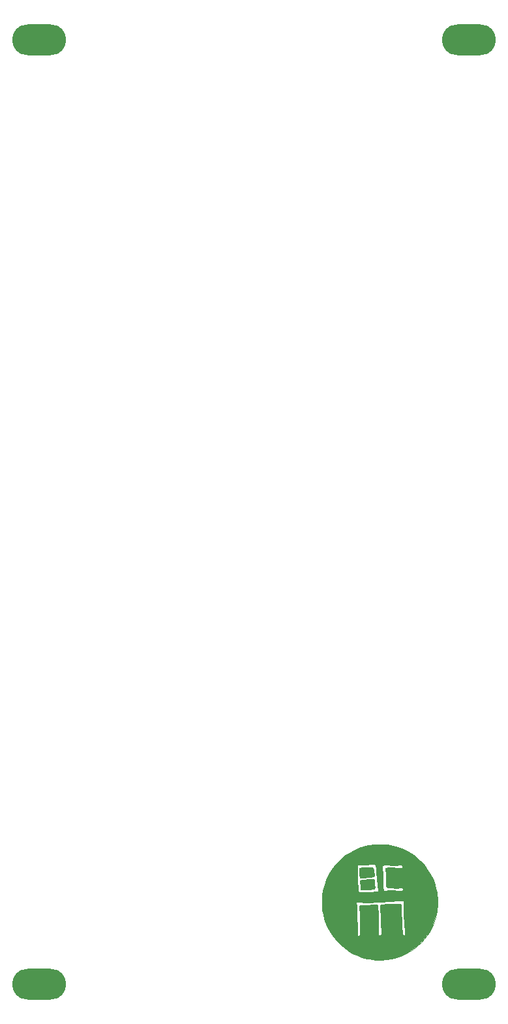
<source format=gtl>
%TF.GenerationSoftware,KiCad,Pcbnew,8.0.6*%
%TF.CreationDate,2024-12-10T23:30:40+00:00*%
%TF.ProjectId,bcm-mixer-panel,62636d2d-6d69-4786-9572-2d70616e656c,rev01*%
%TF.SameCoordinates,Original*%
%TF.FileFunction,Copper,L1,Top*%
%TF.FilePolarity,Positive*%
%FSLAX46Y46*%
G04 Gerber Fmt 4.6, Leading zero omitted, Abs format (unit mm)*
G04 Created by KiCad (PCBNEW 8.0.6) date 2024-12-10 23:30:40*
%MOMM*%
%LPD*%
G01*
G04 APERTURE LIST*
%TA.AperFunction,EtchedComponent*%
%ADD10C,0.010000*%
%TD*%
%TA.AperFunction,ComponentPad*%
%ADD11O,7.000000X4.000000*%
%TD*%
G04 APERTURE END LIST*
D10*
%TO.C,Ref\u002A\u002A*%
X82217670Y-152330741D02*
X82289149Y-152335911D01*
X82341668Y-152345193D01*
X82379897Y-152359099D01*
X82408504Y-152378139D01*
X82432159Y-152402824D01*
X82452015Y-152428838D01*
X82478035Y-152483158D01*
X82505125Y-152573165D01*
X82531958Y-152692280D01*
X82557208Y-152833924D01*
X82579549Y-152991518D01*
X82596380Y-153144808D01*
X82607171Y-153272714D01*
X82609468Y-153365509D01*
X82600039Y-153430086D01*
X82575655Y-153473338D01*
X82533083Y-153502158D01*
X82469095Y-153523439D01*
X82412610Y-153536917D01*
X82205603Y-153577076D01*
X81960827Y-153612828D01*
X81677138Y-153644302D01*
X81353393Y-153671629D01*
X81051919Y-153691342D01*
X80950330Y-153696438D01*
X80881534Y-153697025D01*
X80836140Y-153692136D01*
X80804758Y-153680805D01*
X80779509Y-153663308D01*
X80764473Y-153649801D01*
X80752457Y-153633278D01*
X80742802Y-153608684D01*
X80734846Y-153570966D01*
X80727928Y-153515072D01*
X80721387Y-153435949D01*
X80714563Y-153328543D01*
X80706795Y-153187801D01*
X80699752Y-153053506D01*
X80691301Y-152876411D01*
X80685721Y-152726649D01*
X80683067Y-152607509D01*
X80683396Y-152522278D01*
X80686762Y-152474245D01*
X80689779Y-152465011D01*
X80718837Y-152449716D01*
X80776577Y-152428140D01*
X80850755Y-152404837D01*
X80854202Y-152403844D01*
X80903735Y-152391328D01*
X80960496Y-152380873D01*
X81029859Y-152372052D01*
X81117198Y-152364441D01*
X81227886Y-152357615D01*
X81367298Y-152351149D01*
X81540806Y-152344617D01*
X81648779Y-152340971D01*
X81842786Y-152334799D01*
X81999157Y-152330695D01*
X82122562Y-152329172D01*
X82217670Y-152330741D01*
%TA.AperFunction,EtchedComponent*%
G36*
X82217670Y-152330741D02*
G01*
X82289149Y-152335911D01*
X82341668Y-152345193D01*
X82379897Y-152359099D01*
X82408504Y-152378139D01*
X82432159Y-152402824D01*
X82452015Y-152428838D01*
X82478035Y-152483158D01*
X82505125Y-152573165D01*
X82531958Y-152692280D01*
X82557208Y-152833924D01*
X82579549Y-152991518D01*
X82596380Y-153144808D01*
X82607171Y-153272714D01*
X82609468Y-153365509D01*
X82600039Y-153430086D01*
X82575655Y-153473338D01*
X82533083Y-153502158D01*
X82469095Y-153523439D01*
X82412610Y-153536917D01*
X82205603Y-153577076D01*
X81960827Y-153612828D01*
X81677138Y-153644302D01*
X81353393Y-153671629D01*
X81051919Y-153691342D01*
X80950330Y-153696438D01*
X80881534Y-153697025D01*
X80836140Y-153692136D01*
X80804758Y-153680805D01*
X80779509Y-153663308D01*
X80764473Y-153649801D01*
X80752457Y-153633278D01*
X80742802Y-153608684D01*
X80734846Y-153570966D01*
X80727928Y-153515072D01*
X80721387Y-153435949D01*
X80714563Y-153328543D01*
X80706795Y-153187801D01*
X80699752Y-153053506D01*
X80691301Y-152876411D01*
X80685721Y-152726649D01*
X80683067Y-152607509D01*
X80683396Y-152522278D01*
X80686762Y-152474245D01*
X80689779Y-152465011D01*
X80718837Y-152449716D01*
X80776577Y-152428140D01*
X80850755Y-152404837D01*
X80854202Y-152403844D01*
X80903735Y-152391328D01*
X80960496Y-152380873D01*
X81029859Y-152372052D01*
X81117198Y-152364441D01*
X81227886Y-152357615D01*
X81367298Y-152351149D01*
X81540806Y-152344617D01*
X81648779Y-152340971D01*
X81842786Y-152334799D01*
X81999157Y-152330695D01*
X82122562Y-152329172D01*
X82217670Y-152330741D01*
G37*
%TD.AperFunction*%
X82447922Y-153891605D02*
X82513545Y-153899256D01*
X82555399Y-153915598D01*
X82579668Y-153943872D01*
X82592536Y-153987318D01*
X82600186Y-154049177D01*
X82604228Y-154090421D01*
X82611583Y-154160843D01*
X82622314Y-154260431D01*
X82635016Y-154376288D01*
X82648288Y-154495520D01*
X82649147Y-154503171D01*
X82667433Y-154674726D01*
X82678675Y-154809551D01*
X82682044Y-154912790D01*
X82676712Y-154989588D01*
X82661851Y-155045088D01*
X82636633Y-155084434D01*
X82600230Y-155112772D01*
X82551814Y-155135245D01*
X82547115Y-155137051D01*
X82494901Y-155149321D01*
X82406827Y-155161511D01*
X82289366Y-155173337D01*
X82148988Y-155184513D01*
X81992168Y-155194755D01*
X81825377Y-155203777D01*
X81655088Y-155211293D01*
X81487773Y-155217019D01*
X81329906Y-155220669D01*
X81187957Y-155221959D01*
X81068401Y-155220602D01*
X80977708Y-155216315D01*
X80922353Y-155208811D01*
X80921799Y-155208665D01*
X80890746Y-155185976D01*
X80871535Y-155134373D01*
X80862694Y-155048700D01*
X80861708Y-154998185D01*
X80857011Y-154909572D01*
X80845502Y-154812348D01*
X80839265Y-154775935D01*
X80830249Y-154715141D01*
X80820948Y-154628076D01*
X80811905Y-154523510D01*
X80803666Y-154410215D01*
X80796774Y-154296962D01*
X80791773Y-154192522D01*
X80789208Y-154105666D01*
X80789623Y-154045166D01*
X80792468Y-154021630D01*
X80819988Y-154004467D01*
X80881861Y-153995810D01*
X80911308Y-153995096D01*
X80965890Y-153992505D01*
X81054031Y-153985330D01*
X81167302Y-153974391D01*
X81297276Y-153960507D01*
X81435525Y-153944500D01*
X81454086Y-153942255D01*
X81780479Y-153908738D01*
X82073686Y-153891801D01*
X82220632Y-153889413D01*
X82352346Y-153889404D01*
X82447922Y-153891605D01*
%TA.AperFunction,EtchedComponent*%
G36*
X82447922Y-153891605D02*
G01*
X82513545Y-153899256D01*
X82555399Y-153915598D01*
X82579668Y-153943872D01*
X82592536Y-153987318D01*
X82600186Y-154049177D01*
X82604228Y-154090421D01*
X82611583Y-154160843D01*
X82622314Y-154260431D01*
X82635016Y-154376288D01*
X82648288Y-154495520D01*
X82649147Y-154503171D01*
X82667433Y-154674726D01*
X82678675Y-154809551D01*
X82682044Y-154912790D01*
X82676712Y-154989588D01*
X82661851Y-155045088D01*
X82636633Y-155084434D01*
X82600230Y-155112772D01*
X82551814Y-155135245D01*
X82547115Y-155137051D01*
X82494901Y-155149321D01*
X82406827Y-155161511D01*
X82289366Y-155173337D01*
X82148988Y-155184513D01*
X81992168Y-155194755D01*
X81825377Y-155203777D01*
X81655088Y-155211293D01*
X81487773Y-155217019D01*
X81329906Y-155220669D01*
X81187957Y-155221959D01*
X81068401Y-155220602D01*
X80977708Y-155216315D01*
X80922353Y-155208811D01*
X80921799Y-155208665D01*
X80890746Y-155185976D01*
X80871535Y-155134373D01*
X80862694Y-155048700D01*
X80861708Y-154998185D01*
X80857011Y-154909572D01*
X80845502Y-154812348D01*
X80839265Y-154775935D01*
X80830249Y-154715141D01*
X80820948Y-154628076D01*
X80811905Y-154523510D01*
X80803666Y-154410215D01*
X80796774Y-154296962D01*
X80791773Y-154192522D01*
X80789208Y-154105666D01*
X80789623Y-154045166D01*
X80792468Y-154021630D01*
X80819988Y-154004467D01*
X80881861Y-153995810D01*
X80911308Y-153995096D01*
X80965890Y-153992505D01*
X81054031Y-153985330D01*
X81167302Y-153974391D01*
X81297276Y-153960507D01*
X81435525Y-153944500D01*
X81454086Y-153942255D01*
X81780479Y-153908738D01*
X82073686Y-153891801D01*
X82220632Y-153889413D01*
X82352346Y-153889404D01*
X82447922Y-153891605D01*
G37*
%TD.AperFunction*%
X83648261Y-149343448D02*
X84204114Y-149388240D01*
X84757290Y-149474398D01*
X85305790Y-149601933D01*
X85672958Y-149711605D01*
X86193302Y-149903126D01*
X86694118Y-150131249D01*
X87173885Y-150394263D01*
X87631083Y-150690457D01*
X88064191Y-151018121D01*
X88471689Y-151375544D01*
X88852057Y-151761015D01*
X89203774Y-152172824D01*
X89525319Y-152609261D01*
X89815173Y-153068615D01*
X90071816Y-153549175D01*
X90293726Y-154049230D01*
X90479383Y-154567071D01*
X90627268Y-155100986D01*
X90681165Y-155346422D01*
X90719791Y-155544022D01*
X90750621Y-155719074D01*
X90774487Y-155880643D01*
X90792224Y-156037794D01*
X90804662Y-156199593D01*
X90812636Y-156375104D01*
X90816978Y-156573392D01*
X90818521Y-156803522D01*
X90818562Y-156842088D01*
X90817669Y-157073087D01*
X90814229Y-157270843D01*
X90807486Y-157444410D01*
X90796684Y-157602839D01*
X90781065Y-157755184D01*
X90759872Y-157910497D01*
X90732349Y-158077832D01*
X90700883Y-158249671D01*
X90577490Y-158790136D01*
X90415582Y-159315557D01*
X90216725Y-159824275D01*
X89982484Y-160314635D01*
X89714428Y-160784979D01*
X89414121Y-161233649D01*
X89083129Y-161658990D01*
X88723020Y-162059344D01*
X88335358Y-162433054D01*
X87921711Y-162778462D01*
X87483644Y-163093913D01*
X87022724Y-163377749D01*
X86540517Y-163628313D01*
X86038589Y-163843947D01*
X85518505Y-164022996D01*
X85147751Y-164124868D01*
X84889544Y-164185426D01*
X84651978Y-164233620D01*
X84424423Y-164270748D01*
X84196247Y-164298109D01*
X83956819Y-164317000D01*
X83695509Y-164328719D01*
X83433169Y-164334203D01*
X83277072Y-164335781D01*
X83130799Y-164336612D01*
X83000935Y-164336710D01*
X82894061Y-164336087D01*
X82816760Y-164334756D01*
X82777002Y-164332878D01*
X82378331Y-164287477D01*
X82012198Y-164232419D01*
X81669480Y-164165550D01*
X81341050Y-164084714D01*
X81017784Y-163987757D01*
X80690558Y-163872522D01*
X80480419Y-163790441D01*
X79986302Y-163568183D01*
X79508316Y-163307919D01*
X79048872Y-163011693D01*
X78610380Y-162681546D01*
X78195253Y-162319521D01*
X77805899Y-161927660D01*
X77444731Y-161508007D01*
X77114158Y-161062604D01*
X76931073Y-160783162D01*
X76848081Y-160642837D01*
X76755160Y-160473419D01*
X76657478Y-160285369D01*
X76560202Y-160089142D01*
X76468500Y-159895199D01*
X76387539Y-159713997D01*
X76322488Y-159555993D01*
X76314848Y-159536065D01*
X76139964Y-159018288D01*
X75999152Y-158478433D01*
X75893551Y-157921022D01*
X75873416Y-157784005D01*
X75860994Y-157666642D01*
X75850848Y-157515143D01*
X75843028Y-157337630D01*
X75837584Y-157142223D01*
X75835200Y-156980091D01*
X80276067Y-156980091D01*
X80279964Y-157072165D01*
X80299977Y-157195370D01*
X80308431Y-157236823D01*
X80320429Y-157296301D01*
X80330131Y-157352527D01*
X80337763Y-157410721D01*
X80343553Y-157476100D01*
X80347726Y-157553883D01*
X80350510Y-157649289D01*
X80352132Y-157767536D01*
X80352818Y-157913843D01*
X80352796Y-158093428D01*
X80352460Y-158249671D01*
X80352814Y-158543749D01*
X80355620Y-158801413D01*
X80361033Y-159028519D01*
X80369208Y-159230926D01*
X80380301Y-159414489D01*
X80385059Y-159477338D01*
X80400057Y-159702948D01*
X80409655Y-159941002D01*
X80414113Y-160201048D01*
X80413687Y-160492636D01*
X80413374Y-160525088D01*
X80411695Y-160703637D01*
X80410939Y-160844835D01*
X80411348Y-160953656D01*
X80413165Y-161035077D01*
X80416632Y-161094074D01*
X80421993Y-161135622D01*
X80429490Y-161164697D01*
X80439365Y-161186275D01*
X80446153Y-161197130D01*
X80500313Y-161245608D01*
X80567503Y-161257872D01*
X80639259Y-161234178D01*
X80694177Y-161189599D01*
X80733435Y-161140486D01*
X80756395Y-161098222D01*
X80758510Y-161089058D01*
X80758957Y-161062370D01*
X80759270Y-160996970D01*
X80759453Y-160896475D01*
X80759506Y-160764506D01*
X80759432Y-160604682D01*
X80759234Y-160420623D01*
X80758913Y-160215949D01*
X80758471Y-159994278D01*
X80757911Y-159759231D01*
X80757669Y-159667838D01*
X80756562Y-159351909D01*
X80754981Y-159074307D01*
X80752798Y-158831026D01*
X80749883Y-158618060D01*
X80746107Y-158431403D01*
X80741340Y-158267051D01*
X80735454Y-158120998D01*
X80728319Y-157989238D01*
X80719806Y-157867766D01*
X80709786Y-157752575D01*
X80698129Y-157639662D01*
X80689934Y-157568292D01*
X80679858Y-157456929D01*
X80682166Y-157379889D01*
X80699086Y-157330401D01*
X80732847Y-157301689D01*
X80782301Y-157287531D01*
X80822519Y-157283362D01*
X80899562Y-157277715D01*
X81007960Y-157270858D01*
X81142242Y-157263057D01*
X81296936Y-157254580D01*
X81466571Y-157245694D01*
X81645676Y-157236667D01*
X81828779Y-157227765D01*
X82010410Y-157219255D01*
X82185096Y-157211406D01*
X82347366Y-157204483D01*
X82491750Y-157198754D01*
X82612776Y-157194486D01*
X82704973Y-157191947D01*
X82752220Y-157191338D01*
X82866832Y-157194093D01*
X82946805Y-157205592D01*
X82999655Y-157230686D01*
X83032897Y-157274226D01*
X83054048Y-157341064D01*
X83063736Y-157392421D01*
X83070038Y-157450300D01*
X83076413Y-157546514D01*
X83082771Y-157677062D01*
X83089021Y-157837947D01*
X83095072Y-158025168D01*
X83100833Y-158234729D01*
X83106214Y-158462628D01*
X83111122Y-158704868D01*
X83115468Y-158957450D01*
X83119161Y-159216374D01*
X83122109Y-159477642D01*
X83124221Y-159737255D01*
X83125408Y-159991213D01*
X83125625Y-160114499D01*
X83126252Y-160995077D01*
X83174558Y-161066999D01*
X83234793Y-161128480D01*
X83304625Y-161148969D01*
X83382889Y-161128417D01*
X83454945Y-161078840D01*
X83539002Y-161006179D01*
X83538521Y-160765633D01*
X83536974Y-160677045D01*
X83532879Y-160555172D01*
X83526643Y-160408961D01*
X83518671Y-160247359D01*
X83509367Y-160079311D01*
X83501707Y-159953588D01*
X83491491Y-159779663D01*
X83480873Y-159575299D01*
X83470382Y-159352381D01*
X83460551Y-159122792D01*
X83451911Y-158898416D01*
X83444994Y-158691139D01*
X83444453Y-158673005D01*
X83438925Y-158487151D01*
X83433287Y-158300200D01*
X83427784Y-158120180D01*
X83422666Y-157955122D01*
X83418179Y-157813056D01*
X83414573Y-157702012D01*
X83413415Y-157667588D01*
X83410776Y-157506151D01*
X83414628Y-157374471D01*
X83424695Y-157276038D01*
X83440696Y-157214344D01*
X83450808Y-157198393D01*
X83476766Y-157185104D01*
X83529050Y-157172568D01*
X83610606Y-157160443D01*
X83724379Y-157148389D01*
X83873317Y-157136067D01*
X84060366Y-157123136D01*
X84152836Y-157117329D01*
X84317693Y-157108017D01*
X84497020Y-157099277D01*
X84685645Y-157091240D01*
X84878395Y-157084037D01*
X85070099Y-157077798D01*
X85255585Y-157072654D01*
X85429682Y-157068735D01*
X85587216Y-157066174D01*
X85723017Y-157065099D01*
X85831913Y-157065642D01*
X85908732Y-157067934D01*
X85947785Y-157071971D01*
X85982082Y-157085194D01*
X86011825Y-157108373D01*
X86037387Y-157144405D01*
X86059140Y-157196190D01*
X86077457Y-157266624D01*
X86092713Y-157358608D01*
X86105278Y-157475037D01*
X86115527Y-157618811D01*
X86123832Y-157792828D01*
X86130567Y-157999986D01*
X86136104Y-158243182D01*
X86140816Y-158525316D01*
X86141568Y-158577755D01*
X86148098Y-158932724D01*
X86157360Y-159269343D01*
X86169168Y-159585090D01*
X86183339Y-159877443D01*
X86199689Y-160143881D01*
X86218035Y-160381881D01*
X86238193Y-160588923D01*
X86259978Y-160762484D01*
X86283208Y-160900043D01*
X86307699Y-160999078D01*
X86320519Y-161033724D01*
X86372145Y-161116246D01*
X86432361Y-161160498D01*
X86494644Y-161167751D01*
X86552471Y-161139280D01*
X86599320Y-161076356D01*
X86628667Y-160980252D01*
X86629739Y-160973390D01*
X86631299Y-160929707D01*
X86629198Y-160850162D01*
X86623799Y-160741033D01*
X86615467Y-160608599D01*
X86604565Y-160459141D01*
X86591457Y-160298936D01*
X86589036Y-160271088D01*
X86559666Y-159932779D01*
X86534278Y-159632059D01*
X86512603Y-159364399D01*
X86494372Y-159125269D01*
X86479313Y-158910139D01*
X86467157Y-158714479D01*
X86457633Y-158533761D01*
X86450472Y-158363453D01*
X86445402Y-158199026D01*
X86442155Y-158035952D01*
X86440460Y-157869698D01*
X86440088Y-157773421D01*
X86440378Y-157600737D01*
X86441810Y-157432836D01*
X86444236Y-157276845D01*
X86447510Y-157139889D01*
X86451486Y-157029095D01*
X86456016Y-156951590D01*
X86457310Y-156937338D01*
X86465625Y-156849314D01*
X86467629Y-156792932D01*
X86461969Y-156757793D01*
X86447289Y-156733496D01*
X86428379Y-156715088D01*
X86409419Y-156703026D01*
X86380369Y-156692929D01*
X86339239Y-156684872D01*
X86284041Y-156678929D01*
X86212784Y-156675178D01*
X86123478Y-156673692D01*
X86014134Y-156674547D01*
X85882762Y-156677818D01*
X85727372Y-156683580D01*
X85545974Y-156691909D01*
X85336579Y-156702881D01*
X85097197Y-156716569D01*
X84825837Y-156733050D01*
X84520511Y-156752399D01*
X84179229Y-156774690D01*
X83800000Y-156800000D01*
X83380835Y-156828403D01*
X83316752Y-156832774D01*
X83122983Y-156844691D01*
X82899594Y-156856245D01*
X82659298Y-156866916D01*
X82414807Y-156876186D01*
X82178835Y-156883536D01*
X81964093Y-156888446D01*
X81944935Y-156888772D01*
X81749511Y-156891895D01*
X81589943Y-156894000D01*
X81459763Y-156894815D01*
X81352501Y-156894067D01*
X81261687Y-156891485D01*
X81180851Y-156886796D01*
X81103525Y-156879729D01*
X81023237Y-156870012D01*
X80933519Y-156857372D01*
X80830268Y-156841895D01*
X80693914Y-156821378D01*
X80592784Y-156806947D01*
X80520248Y-156798348D01*
X80469674Y-156795324D01*
X80434430Y-156797620D01*
X80407886Y-156804982D01*
X80383411Y-156817153D01*
X80371168Y-156824210D01*
X80320659Y-156862757D01*
X80289295Y-156912503D01*
X80276067Y-156980091D01*
X75835200Y-156980091D01*
X75834567Y-156937046D01*
X75834026Y-156730220D01*
X75836013Y-156529866D01*
X75840578Y-156344107D01*
X75847770Y-156181064D01*
X75857641Y-156048859D01*
X75862404Y-156006005D01*
X75955505Y-155426504D01*
X76085872Y-154866794D01*
X76253379Y-154327130D01*
X76457900Y-153807771D01*
X76699309Y-153308971D01*
X76977480Y-152830989D01*
X77292287Y-152374081D01*
X77384309Y-152259988D01*
X80384889Y-152259988D01*
X80386173Y-152340527D01*
X80389954Y-152445753D01*
X80396175Y-152579747D01*
X80404778Y-152746588D01*
X80415709Y-152950359D01*
X80419553Y-153021505D01*
X80424711Y-153130502D01*
X80430451Y-153275101D01*
X80436589Y-153448576D01*
X80442938Y-153644203D01*
X80449315Y-153855258D01*
X80455533Y-154075014D01*
X80461407Y-154296748D01*
X80466754Y-154513735D01*
X80471387Y-154719249D01*
X80475121Y-154906565D01*
X80477771Y-155068960D01*
X80479036Y-155182666D01*
X80481579Y-155278429D01*
X80489084Y-155344357D01*
X80503981Y-155392870D01*
X80528679Y-155436358D01*
X80545834Y-155462787D01*
X80561172Y-155485492D01*
X80577838Y-155504674D01*
X80598973Y-155520534D01*
X80627723Y-155533274D01*
X80667230Y-155543094D01*
X80720637Y-155550195D01*
X80791088Y-155554779D01*
X80881726Y-155557047D01*
X80995694Y-155557200D01*
X81136136Y-155555438D01*
X81306196Y-155551964D01*
X81509016Y-155546978D01*
X81747740Y-155540682D01*
X82025511Y-155533276D01*
X82038194Y-155532940D01*
X82269334Y-155526703D01*
X82461909Y-155521140D01*
X82619677Y-155516022D01*
X82746396Y-155511117D01*
X82845824Y-155506195D01*
X82921720Y-155501026D01*
X82977842Y-155495380D01*
X83017947Y-155489025D01*
X83045795Y-155481732D01*
X83065143Y-155473269D01*
X83071206Y-155469596D01*
X83115704Y-155432891D01*
X83141589Y-155398001D01*
X83143176Y-155365602D01*
X83138564Y-155300023D01*
X83128606Y-155209824D01*
X83114157Y-155103568D01*
X83108459Y-155065859D01*
X83078091Y-154856397D01*
X83046626Y-154614871D01*
X83014896Y-154349594D01*
X82983733Y-154068877D01*
X82953970Y-153781034D01*
X82926439Y-153494378D01*
X82901972Y-153217222D01*
X82881401Y-152957878D01*
X82865560Y-152724659D01*
X82856089Y-152545255D01*
X82847723Y-152379703D01*
X82837590Y-152250681D01*
X82836109Y-152239870D01*
X83635620Y-152239870D01*
X83640053Y-152313021D01*
X83641647Y-152331743D01*
X83647409Y-152397857D01*
X83656115Y-152497434D01*
X83667003Y-152621763D01*
X83679309Y-152762136D01*
X83692271Y-152909844D01*
X83696500Y-152958005D01*
X83711666Y-153154653D01*
X83724088Y-153370044D01*
X83733981Y-153609660D01*
X83741561Y-153878985D01*
X83747041Y-154183502D01*
X83748289Y-154280921D01*
X83751120Y-154500988D01*
X83754081Y-154682805D01*
X83757360Y-154830458D01*
X83761146Y-154948031D01*
X83765627Y-155039608D01*
X83770994Y-155109274D01*
X83777435Y-155161113D01*
X83785139Y-155199209D01*
X83791784Y-155221010D01*
X83816502Y-155282858D01*
X83839609Y-155329551D01*
X83846956Y-155340505D01*
X83887902Y-155366773D01*
X83958087Y-155379552D01*
X84060849Y-155378988D01*
X84199528Y-155365230D01*
X84250134Y-155358337D01*
X84331454Y-155347824D01*
X84412954Y-155340069D01*
X84501410Y-155334912D01*
X84603596Y-155332192D01*
X84726286Y-155331748D01*
X84876254Y-155333421D01*
X85060276Y-155337050D01*
X85105336Y-155338080D01*
X85287591Y-155343224D01*
X85456629Y-155349737D01*
X85606306Y-155357277D01*
X85730474Y-155365504D01*
X85822987Y-155374075D01*
X85867336Y-155380416D01*
X86008805Y-155397969D01*
X86120304Y-155390578D01*
X86206310Y-155357901D01*
X86212376Y-155354085D01*
X86275879Y-155292864D01*
X86311432Y-155216706D01*
X86316854Y-155137010D01*
X86289960Y-155065180D01*
X86271867Y-155043362D01*
X86215206Y-155002378D01*
X86141878Y-154980004D01*
X86045275Y-154975514D01*
X85918787Y-154988181D01*
X85858379Y-154997882D01*
X85721699Y-155017577D01*
X85584879Y-155028212D01*
X85438231Y-155029816D01*
X85272065Y-155022417D01*
X85076695Y-155006046D01*
X85020669Y-155000401D01*
X84893928Y-154988632D01*
X84764046Y-154978877D01*
X84645759Y-154972109D01*
X84553803Y-154969300D01*
X84549031Y-154969278D01*
X84441200Y-154964608D01*
X84350815Y-154952304D01*
X84299561Y-154937850D01*
X84263599Y-154920893D01*
X84234582Y-154900242D01*
X84211767Y-154871481D01*
X84194412Y-154830194D01*
X84181774Y-154771967D01*
X84173110Y-154692386D01*
X84167677Y-154587035D01*
X84164732Y-154451499D01*
X84163533Y-154281363D01*
X84163333Y-154128143D01*
X84161745Y-153885451D01*
X84157217Y-153655727D01*
X84150005Y-153446798D01*
X84140361Y-153266487D01*
X84131726Y-153155174D01*
X84112697Y-152932370D01*
X84100405Y-152750132D01*
X84094825Y-152607234D01*
X84095933Y-152502451D01*
X84103704Y-152434558D01*
X84116867Y-152403476D01*
X84146159Y-152395247D01*
X84212051Y-152388723D01*
X84308846Y-152383837D01*
X84430847Y-152380527D01*
X84572357Y-152378728D01*
X84727681Y-152378376D01*
X84891121Y-152379408D01*
X85056980Y-152381759D01*
X85219561Y-152385366D01*
X85373169Y-152390164D01*
X85512106Y-152396090D01*
X85630675Y-152403079D01*
X85723180Y-152411068D01*
X85783924Y-152419993D01*
X85793252Y-152422298D01*
X85938905Y-152449836D01*
X86061184Y-152443235D01*
X86159306Y-152402708D01*
X86232490Y-152328464D01*
X86249997Y-152298624D01*
X86275435Y-152216450D01*
X86260453Y-152146784D01*
X86205155Y-152089889D01*
X86157363Y-152064034D01*
X86109239Y-152044778D01*
X86063954Y-152033607D01*
X86010162Y-152029653D01*
X85936520Y-152032050D01*
X85836724Y-152039509D01*
X85743754Y-152044818D01*
X85615919Y-152048683D01*
X85460661Y-152051155D01*
X85285420Y-152052285D01*
X85097638Y-152052124D01*
X84904758Y-152050722D01*
X84714220Y-152048132D01*
X84533466Y-152044403D01*
X84369938Y-152039586D01*
X84231078Y-152033734D01*
X84136444Y-152027863D01*
X84029352Y-152020451D01*
X83954019Y-152018136D01*
X83900099Y-152021619D01*
X83857246Y-152031601D01*
X83815114Y-152048783D01*
X83812967Y-152049785D01*
X83746661Y-152086129D01*
X83688830Y-152126371D01*
X83677860Y-152135860D01*
X83652263Y-152163518D01*
X83638936Y-152194112D01*
X83635620Y-152239870D01*
X82836109Y-152239870D01*
X82824119Y-152152383D01*
X82805738Y-152079005D01*
X82780877Y-152024743D01*
X82747964Y-151983792D01*
X82705428Y-151950349D01*
X82692875Y-151942338D01*
X82659068Y-151924915D01*
X82618676Y-151912281D01*
X82567226Y-151904549D01*
X82500245Y-151901834D01*
X82413261Y-151904246D01*
X82301802Y-151911900D01*
X82161393Y-151924908D01*
X81987564Y-151943384D01*
X81797271Y-151964962D01*
X81619030Y-151985178D01*
X81474186Y-152000456D01*
X81354151Y-152011263D01*
X81250336Y-152018064D01*
X81154153Y-152021328D01*
X81057012Y-152021520D01*
X80950323Y-152019107D01*
X80859674Y-152015899D01*
X80487513Y-152001545D01*
X80432769Y-152066605D01*
X80417889Y-152084735D01*
X80405845Y-152103063D01*
X80396579Y-152125671D01*
X80390035Y-152156641D01*
X80386157Y-152200052D01*
X80384889Y-152259988D01*
X77384309Y-152259988D01*
X77643604Y-151938504D01*
X78031304Y-151524514D01*
X78091087Y-151465755D01*
X78505681Y-151088907D01*
X78935352Y-150750868D01*
X79382849Y-150449946D01*
X79850925Y-150184450D01*
X80342329Y-149952688D01*
X80859813Y-149752969D01*
X80898817Y-149739553D01*
X81438066Y-149577696D01*
X81984634Y-149457144D01*
X82536522Y-149377912D01*
X83091731Y-149340009D01*
X83648261Y-149343448D01*
%TA.AperFunction,EtchedComponent*%
G36*
X83648261Y-149343448D02*
G01*
X84204114Y-149388240D01*
X84757290Y-149474398D01*
X85305790Y-149601933D01*
X85672958Y-149711605D01*
X86193302Y-149903126D01*
X86694118Y-150131249D01*
X87173885Y-150394263D01*
X87631083Y-150690457D01*
X88064191Y-151018121D01*
X88471689Y-151375544D01*
X88852057Y-151761015D01*
X89203774Y-152172824D01*
X89525319Y-152609261D01*
X89815173Y-153068615D01*
X90071816Y-153549175D01*
X90293726Y-154049230D01*
X90479383Y-154567071D01*
X90627268Y-155100986D01*
X90681165Y-155346422D01*
X90719791Y-155544022D01*
X90750621Y-155719074D01*
X90774487Y-155880643D01*
X90792224Y-156037794D01*
X90804662Y-156199593D01*
X90812636Y-156375104D01*
X90816978Y-156573392D01*
X90818521Y-156803522D01*
X90818562Y-156842088D01*
X90817669Y-157073087D01*
X90814229Y-157270843D01*
X90807486Y-157444410D01*
X90796684Y-157602839D01*
X90781065Y-157755184D01*
X90759872Y-157910497D01*
X90732349Y-158077832D01*
X90700883Y-158249671D01*
X90577490Y-158790136D01*
X90415582Y-159315557D01*
X90216725Y-159824275D01*
X89982484Y-160314635D01*
X89714428Y-160784979D01*
X89414121Y-161233649D01*
X89083129Y-161658990D01*
X88723020Y-162059344D01*
X88335358Y-162433054D01*
X87921711Y-162778462D01*
X87483644Y-163093913D01*
X87022724Y-163377749D01*
X86540517Y-163628313D01*
X86038589Y-163843947D01*
X85518505Y-164022996D01*
X85147751Y-164124868D01*
X84889544Y-164185426D01*
X84651978Y-164233620D01*
X84424423Y-164270748D01*
X84196247Y-164298109D01*
X83956819Y-164317000D01*
X83695509Y-164328719D01*
X83433169Y-164334203D01*
X83277072Y-164335781D01*
X83130799Y-164336612D01*
X83000935Y-164336710D01*
X82894061Y-164336087D01*
X82816760Y-164334756D01*
X82777002Y-164332878D01*
X82378331Y-164287477D01*
X82012198Y-164232419D01*
X81669480Y-164165550D01*
X81341050Y-164084714D01*
X81017784Y-163987757D01*
X80690558Y-163872522D01*
X80480419Y-163790441D01*
X79986302Y-163568183D01*
X79508316Y-163307919D01*
X79048872Y-163011693D01*
X78610380Y-162681546D01*
X78195253Y-162319521D01*
X77805899Y-161927660D01*
X77444731Y-161508007D01*
X77114158Y-161062604D01*
X76931073Y-160783162D01*
X76848081Y-160642837D01*
X76755160Y-160473419D01*
X76657478Y-160285369D01*
X76560202Y-160089142D01*
X76468500Y-159895199D01*
X76387539Y-159713997D01*
X76322488Y-159555993D01*
X76314848Y-159536065D01*
X76139964Y-159018288D01*
X75999152Y-158478433D01*
X75893551Y-157921022D01*
X75873416Y-157784005D01*
X75860994Y-157666642D01*
X75850848Y-157515143D01*
X75843028Y-157337630D01*
X75837584Y-157142223D01*
X75835200Y-156980091D01*
X80276067Y-156980091D01*
X80279964Y-157072165D01*
X80299977Y-157195370D01*
X80308431Y-157236823D01*
X80320429Y-157296301D01*
X80330131Y-157352527D01*
X80337763Y-157410721D01*
X80343553Y-157476100D01*
X80347726Y-157553883D01*
X80350510Y-157649289D01*
X80352132Y-157767536D01*
X80352818Y-157913843D01*
X80352796Y-158093428D01*
X80352460Y-158249671D01*
X80352814Y-158543749D01*
X80355620Y-158801413D01*
X80361033Y-159028519D01*
X80369208Y-159230926D01*
X80380301Y-159414489D01*
X80385059Y-159477338D01*
X80400057Y-159702948D01*
X80409655Y-159941002D01*
X80414113Y-160201048D01*
X80413687Y-160492636D01*
X80413374Y-160525088D01*
X80411695Y-160703637D01*
X80410939Y-160844835D01*
X80411348Y-160953656D01*
X80413165Y-161035077D01*
X80416632Y-161094074D01*
X80421993Y-161135622D01*
X80429490Y-161164697D01*
X80439365Y-161186275D01*
X80446153Y-161197130D01*
X80500313Y-161245608D01*
X80567503Y-161257872D01*
X80639259Y-161234178D01*
X80694177Y-161189599D01*
X80733435Y-161140486D01*
X80756395Y-161098222D01*
X80758510Y-161089058D01*
X80758957Y-161062370D01*
X80759270Y-160996970D01*
X80759453Y-160896475D01*
X80759506Y-160764506D01*
X80759432Y-160604682D01*
X80759234Y-160420623D01*
X80758913Y-160215949D01*
X80758471Y-159994278D01*
X80757911Y-159759231D01*
X80757669Y-159667838D01*
X80756562Y-159351909D01*
X80754981Y-159074307D01*
X80752798Y-158831026D01*
X80749883Y-158618060D01*
X80746107Y-158431403D01*
X80741340Y-158267051D01*
X80735454Y-158120998D01*
X80728319Y-157989238D01*
X80719806Y-157867766D01*
X80709786Y-157752575D01*
X80698129Y-157639662D01*
X80689934Y-157568292D01*
X80679858Y-157456929D01*
X80682166Y-157379889D01*
X80699086Y-157330401D01*
X80732847Y-157301689D01*
X80782301Y-157287531D01*
X80822519Y-157283362D01*
X80899562Y-157277715D01*
X81007960Y-157270858D01*
X81142242Y-157263057D01*
X81296936Y-157254580D01*
X81466571Y-157245694D01*
X81645676Y-157236667D01*
X81828779Y-157227765D01*
X82010410Y-157219255D01*
X82185096Y-157211406D01*
X82347366Y-157204483D01*
X82491750Y-157198754D01*
X82612776Y-157194486D01*
X82704973Y-157191947D01*
X82752220Y-157191338D01*
X82866832Y-157194093D01*
X82946805Y-157205592D01*
X82999655Y-157230686D01*
X83032897Y-157274226D01*
X83054048Y-157341064D01*
X83063736Y-157392421D01*
X83070038Y-157450300D01*
X83076413Y-157546514D01*
X83082771Y-157677062D01*
X83089021Y-157837947D01*
X83095072Y-158025168D01*
X83100833Y-158234729D01*
X83106214Y-158462628D01*
X83111122Y-158704868D01*
X83115468Y-158957450D01*
X83119161Y-159216374D01*
X83122109Y-159477642D01*
X83124221Y-159737255D01*
X83125408Y-159991213D01*
X83125625Y-160114499D01*
X83126252Y-160995077D01*
X83174558Y-161066999D01*
X83234793Y-161128480D01*
X83304625Y-161148969D01*
X83382889Y-161128417D01*
X83454945Y-161078840D01*
X83539002Y-161006179D01*
X83538521Y-160765633D01*
X83536974Y-160677045D01*
X83532879Y-160555172D01*
X83526643Y-160408961D01*
X83518671Y-160247359D01*
X83509367Y-160079311D01*
X83501707Y-159953588D01*
X83491491Y-159779663D01*
X83480873Y-159575299D01*
X83470382Y-159352381D01*
X83460551Y-159122792D01*
X83451911Y-158898416D01*
X83444994Y-158691139D01*
X83444453Y-158673005D01*
X83438925Y-158487151D01*
X83433287Y-158300200D01*
X83427784Y-158120180D01*
X83422666Y-157955122D01*
X83418179Y-157813056D01*
X83414573Y-157702012D01*
X83413415Y-157667588D01*
X83410776Y-157506151D01*
X83414628Y-157374471D01*
X83424695Y-157276038D01*
X83440696Y-157214344D01*
X83450808Y-157198393D01*
X83476766Y-157185104D01*
X83529050Y-157172568D01*
X83610606Y-157160443D01*
X83724379Y-157148389D01*
X83873317Y-157136067D01*
X84060366Y-157123136D01*
X84152836Y-157117329D01*
X84317693Y-157108017D01*
X84497020Y-157099277D01*
X84685645Y-157091240D01*
X84878395Y-157084037D01*
X85070099Y-157077798D01*
X85255585Y-157072654D01*
X85429682Y-157068735D01*
X85587216Y-157066174D01*
X85723017Y-157065099D01*
X85831913Y-157065642D01*
X85908732Y-157067934D01*
X85947785Y-157071971D01*
X85982082Y-157085194D01*
X86011825Y-157108373D01*
X86037387Y-157144405D01*
X86059140Y-157196190D01*
X86077457Y-157266624D01*
X86092713Y-157358608D01*
X86105278Y-157475037D01*
X86115527Y-157618811D01*
X86123832Y-157792828D01*
X86130567Y-157999986D01*
X86136104Y-158243182D01*
X86140816Y-158525316D01*
X86141568Y-158577755D01*
X86148098Y-158932724D01*
X86157360Y-159269343D01*
X86169168Y-159585090D01*
X86183339Y-159877443D01*
X86199689Y-160143881D01*
X86218035Y-160381881D01*
X86238193Y-160588923D01*
X86259978Y-160762484D01*
X86283208Y-160900043D01*
X86307699Y-160999078D01*
X86320519Y-161033724D01*
X86372145Y-161116246D01*
X86432361Y-161160498D01*
X86494644Y-161167751D01*
X86552471Y-161139280D01*
X86599320Y-161076356D01*
X86628667Y-160980252D01*
X86629739Y-160973390D01*
X86631299Y-160929707D01*
X86629198Y-160850162D01*
X86623799Y-160741033D01*
X86615467Y-160608599D01*
X86604565Y-160459141D01*
X86591457Y-160298936D01*
X86589036Y-160271088D01*
X86559666Y-159932779D01*
X86534278Y-159632059D01*
X86512603Y-159364399D01*
X86494372Y-159125269D01*
X86479313Y-158910139D01*
X86467157Y-158714479D01*
X86457633Y-158533761D01*
X86450472Y-158363453D01*
X86445402Y-158199026D01*
X86442155Y-158035952D01*
X86440460Y-157869698D01*
X86440088Y-157773421D01*
X86440378Y-157600737D01*
X86441810Y-157432836D01*
X86444236Y-157276845D01*
X86447510Y-157139889D01*
X86451486Y-157029095D01*
X86456016Y-156951590D01*
X86457310Y-156937338D01*
X86465625Y-156849314D01*
X86467629Y-156792932D01*
X86461969Y-156757793D01*
X86447289Y-156733496D01*
X86428379Y-156715088D01*
X86409419Y-156703026D01*
X86380369Y-156692929D01*
X86339239Y-156684872D01*
X86284041Y-156678929D01*
X86212784Y-156675178D01*
X86123478Y-156673692D01*
X86014134Y-156674547D01*
X85882762Y-156677818D01*
X85727372Y-156683580D01*
X85545974Y-156691909D01*
X85336579Y-156702881D01*
X85097197Y-156716569D01*
X84825837Y-156733050D01*
X84520511Y-156752399D01*
X84179229Y-156774690D01*
X83800000Y-156800000D01*
X83380835Y-156828403D01*
X83316752Y-156832774D01*
X83122983Y-156844691D01*
X82899594Y-156856245D01*
X82659298Y-156866916D01*
X82414807Y-156876186D01*
X82178835Y-156883536D01*
X81964093Y-156888446D01*
X81944935Y-156888772D01*
X81749511Y-156891895D01*
X81589943Y-156894000D01*
X81459763Y-156894815D01*
X81352501Y-156894067D01*
X81261687Y-156891485D01*
X81180851Y-156886796D01*
X81103525Y-156879729D01*
X81023237Y-156870012D01*
X80933519Y-156857372D01*
X80830268Y-156841895D01*
X80693914Y-156821378D01*
X80592784Y-156806947D01*
X80520248Y-156798348D01*
X80469674Y-156795324D01*
X80434430Y-156797620D01*
X80407886Y-156804982D01*
X80383411Y-156817153D01*
X80371168Y-156824210D01*
X80320659Y-156862757D01*
X80289295Y-156912503D01*
X80276067Y-156980091D01*
X75835200Y-156980091D01*
X75834567Y-156937046D01*
X75834026Y-156730220D01*
X75836013Y-156529866D01*
X75840578Y-156344107D01*
X75847770Y-156181064D01*
X75857641Y-156048859D01*
X75862404Y-156006005D01*
X75955505Y-155426504D01*
X76085872Y-154866794D01*
X76253379Y-154327130D01*
X76457900Y-153807771D01*
X76699309Y-153308971D01*
X76977480Y-152830989D01*
X77292287Y-152374081D01*
X77384309Y-152259988D01*
X80384889Y-152259988D01*
X80386173Y-152340527D01*
X80389954Y-152445753D01*
X80396175Y-152579747D01*
X80404778Y-152746588D01*
X80415709Y-152950359D01*
X80419553Y-153021505D01*
X80424711Y-153130502D01*
X80430451Y-153275101D01*
X80436589Y-153448576D01*
X80442938Y-153644203D01*
X80449315Y-153855258D01*
X80455533Y-154075014D01*
X80461407Y-154296748D01*
X80466754Y-154513735D01*
X80471387Y-154719249D01*
X80475121Y-154906565D01*
X80477771Y-155068960D01*
X80479036Y-155182666D01*
X80481579Y-155278429D01*
X80489084Y-155344357D01*
X80503981Y-155392870D01*
X80528679Y-155436358D01*
X80545834Y-155462787D01*
X80561172Y-155485492D01*
X80577838Y-155504674D01*
X80598973Y-155520534D01*
X80627723Y-155533274D01*
X80667230Y-155543094D01*
X80720637Y-155550195D01*
X80791088Y-155554779D01*
X80881726Y-155557047D01*
X80995694Y-155557200D01*
X81136136Y-155555438D01*
X81306196Y-155551964D01*
X81509016Y-155546978D01*
X81747740Y-155540682D01*
X82025511Y-155533276D01*
X82038194Y-155532940D01*
X82269334Y-155526703D01*
X82461909Y-155521140D01*
X82619677Y-155516022D01*
X82746396Y-155511117D01*
X82845824Y-155506195D01*
X82921720Y-155501026D01*
X82977842Y-155495380D01*
X83017947Y-155489025D01*
X83045795Y-155481732D01*
X83065143Y-155473269D01*
X83071206Y-155469596D01*
X83115704Y-155432891D01*
X83141589Y-155398001D01*
X83143176Y-155365602D01*
X83138564Y-155300023D01*
X83128606Y-155209824D01*
X83114157Y-155103568D01*
X83108459Y-155065859D01*
X83078091Y-154856397D01*
X83046626Y-154614871D01*
X83014896Y-154349594D01*
X82983733Y-154068877D01*
X82953970Y-153781034D01*
X82926439Y-153494378D01*
X82901972Y-153217222D01*
X82881401Y-152957878D01*
X82865560Y-152724659D01*
X82856089Y-152545255D01*
X82847723Y-152379703D01*
X82837590Y-152250681D01*
X82836109Y-152239870D01*
X83635620Y-152239870D01*
X83640053Y-152313021D01*
X83641647Y-152331743D01*
X83647409Y-152397857D01*
X83656115Y-152497434D01*
X83667003Y-152621763D01*
X83679309Y-152762136D01*
X83692271Y-152909844D01*
X83696500Y-152958005D01*
X83711666Y-153154653D01*
X83724088Y-153370044D01*
X83733981Y-153609660D01*
X83741561Y-153878985D01*
X83747041Y-154183502D01*
X83748289Y-154280921D01*
X83751120Y-154500988D01*
X83754081Y-154682805D01*
X83757360Y-154830458D01*
X83761146Y-154948031D01*
X83765627Y-155039608D01*
X83770994Y-155109274D01*
X83777435Y-155161113D01*
X83785139Y-155199209D01*
X83791784Y-155221010D01*
X83816502Y-155282858D01*
X83839609Y-155329551D01*
X83846956Y-155340505D01*
X83887902Y-155366773D01*
X83958087Y-155379552D01*
X84060849Y-155378988D01*
X84199528Y-155365230D01*
X84250134Y-155358337D01*
X84331454Y-155347824D01*
X84412954Y-155340069D01*
X84501410Y-155334912D01*
X84603596Y-155332192D01*
X84726286Y-155331748D01*
X84876254Y-155333421D01*
X85060276Y-155337050D01*
X85105336Y-155338080D01*
X85287591Y-155343224D01*
X85456629Y-155349737D01*
X85606306Y-155357277D01*
X85730474Y-155365504D01*
X85822987Y-155374075D01*
X85867336Y-155380416D01*
X86008805Y-155397969D01*
X86120304Y-155390578D01*
X86206310Y-155357901D01*
X86212376Y-155354085D01*
X86275879Y-155292864D01*
X86311432Y-155216706D01*
X86316854Y-155137010D01*
X86289960Y-155065180D01*
X86271867Y-155043362D01*
X86215206Y-155002378D01*
X86141878Y-154980004D01*
X86045275Y-154975514D01*
X85918787Y-154988181D01*
X85858379Y-154997882D01*
X85721699Y-155017577D01*
X85584879Y-155028212D01*
X85438231Y-155029816D01*
X85272065Y-155022417D01*
X85076695Y-155006046D01*
X85020669Y-155000401D01*
X84893928Y-154988632D01*
X84764046Y-154978877D01*
X84645759Y-154972109D01*
X84553803Y-154969300D01*
X84549031Y-154969278D01*
X84441200Y-154964608D01*
X84350815Y-154952304D01*
X84299561Y-154937850D01*
X84263599Y-154920893D01*
X84234582Y-154900242D01*
X84211767Y-154871481D01*
X84194412Y-154830194D01*
X84181774Y-154771967D01*
X84173110Y-154692386D01*
X84167677Y-154587035D01*
X84164732Y-154451499D01*
X84163533Y-154281363D01*
X84163333Y-154128143D01*
X84161745Y-153885451D01*
X84157217Y-153655727D01*
X84150005Y-153446798D01*
X84140361Y-153266487D01*
X84131726Y-153155174D01*
X84112697Y-152932370D01*
X84100405Y-152750132D01*
X84094825Y-152607234D01*
X84095933Y-152502451D01*
X84103704Y-152434558D01*
X84116867Y-152403476D01*
X84146159Y-152395247D01*
X84212051Y-152388723D01*
X84308846Y-152383837D01*
X84430847Y-152380527D01*
X84572357Y-152378728D01*
X84727681Y-152378376D01*
X84891121Y-152379408D01*
X85056980Y-152381759D01*
X85219561Y-152385366D01*
X85373169Y-152390164D01*
X85512106Y-152396090D01*
X85630675Y-152403079D01*
X85723180Y-152411068D01*
X85783924Y-152419993D01*
X85793252Y-152422298D01*
X85938905Y-152449836D01*
X86061184Y-152443235D01*
X86159306Y-152402708D01*
X86232490Y-152328464D01*
X86249997Y-152298624D01*
X86275435Y-152216450D01*
X86260453Y-152146784D01*
X86205155Y-152089889D01*
X86157363Y-152064034D01*
X86109239Y-152044778D01*
X86063954Y-152033607D01*
X86010162Y-152029653D01*
X85936520Y-152032050D01*
X85836724Y-152039509D01*
X85743754Y-152044818D01*
X85615919Y-152048683D01*
X85460661Y-152051155D01*
X85285420Y-152052285D01*
X85097638Y-152052124D01*
X84904758Y-152050722D01*
X84714220Y-152048132D01*
X84533466Y-152044403D01*
X84369938Y-152039586D01*
X84231078Y-152033734D01*
X84136444Y-152027863D01*
X84029352Y-152020451D01*
X83954019Y-152018136D01*
X83900099Y-152021619D01*
X83857246Y-152031601D01*
X83815114Y-152048783D01*
X83812967Y-152049785D01*
X83746661Y-152086129D01*
X83688830Y-152126371D01*
X83677860Y-152135860D01*
X83652263Y-152163518D01*
X83638936Y-152194112D01*
X83635620Y-152239870D01*
X82836109Y-152239870D01*
X82824119Y-152152383D01*
X82805738Y-152079005D01*
X82780877Y-152024743D01*
X82747964Y-151983792D01*
X82705428Y-151950349D01*
X82692875Y-151942338D01*
X82659068Y-151924915D01*
X82618676Y-151912281D01*
X82567226Y-151904549D01*
X82500245Y-151901834D01*
X82413261Y-151904246D01*
X82301802Y-151911900D01*
X82161393Y-151924908D01*
X81987564Y-151943384D01*
X81797271Y-151964962D01*
X81619030Y-151985178D01*
X81474186Y-152000456D01*
X81354151Y-152011263D01*
X81250336Y-152018064D01*
X81154153Y-152021328D01*
X81057012Y-152021520D01*
X80950323Y-152019107D01*
X80859674Y-152015899D01*
X80487513Y-152001545D01*
X80432769Y-152066605D01*
X80417889Y-152084735D01*
X80405845Y-152103063D01*
X80396579Y-152125671D01*
X80390035Y-152156641D01*
X80386157Y-152200052D01*
X80384889Y-152259988D01*
X77384309Y-152259988D01*
X77643604Y-151938504D01*
X78031304Y-151524514D01*
X78091087Y-151465755D01*
X78505681Y-151088907D01*
X78935352Y-150750868D01*
X79382849Y-150449946D01*
X79850925Y-150184450D01*
X80342329Y-149952688D01*
X80859813Y-149752969D01*
X80898817Y-149739553D01*
X81438066Y-149577696D01*
X81984634Y-149457144D01*
X82536522Y-149377912D01*
X83091731Y-149340009D01*
X83648261Y-149343448D01*
G37*
%TD.AperFunction*%
%TD*%
D11*
%TO.P,REF\u002A\u002A,*%
%TO.N,*%
X94900000Y-45000000D03*
%TD*%
%TO.P,REF\u002A\u002A,*%
%TO.N,*%
X94900000Y-167500000D03*
%TD*%
%TO.P,REF\u002A\u002A,*%
%TO.N,*%
X39100000Y-45000000D03*
%TD*%
%TO.P,REF\u002A\u002A,*%
%TO.N,*%
X39100000Y-167500000D03*
%TD*%
M02*

</source>
